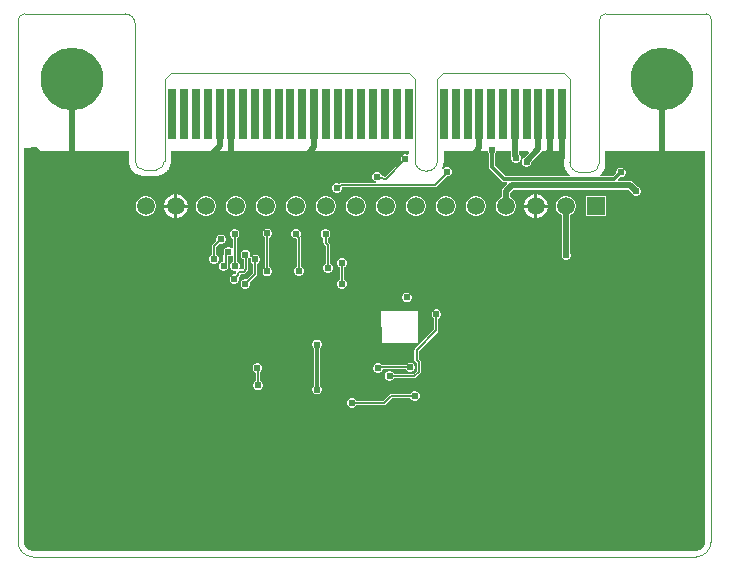
<source format=gbl>
G04*
G04 #@! TF.GenerationSoftware,Altium Limited,Altium Designer,22.0.2 (36)*
G04*
G04 Layer_Physical_Order=2*
G04 Layer_Color=16711680*
%FSLAX25Y25*%
%MOIN*%
G70*
G04*
G04 #@! TF.SameCoordinates,DCB022B7-7615-43C5-B040-C09427D0DDE0*
G04*
G04*
G04 #@! TF.FilePolarity,Positive*
G04*
G01*
G75*
%ADD11C,0.00394*%
%ADD13C,0.01200*%
%ADD15C,0.00397*%
%ADD33R,0.02756X0.16535*%
%ADD34R,0.02756X0.16535*%
%ADD35C,0.02000*%
%ADD36C,0.00600*%
%ADD40R,0.05906X0.05906*%
%ADD41C,0.05906*%
%ADD42C,0.20866*%
%ADD43C,0.01400*%
%ADD44C,0.02400*%
G36*
X182776Y282902D02*
X182786Y282852D01*
X182778Y282802D01*
X182795Y282458D01*
X182832Y282312D01*
Y282160D01*
X182966Y281487D01*
X183043Y281302D01*
X183082Y281105D01*
X183345Y280471D01*
X183456Y280304D01*
X183533Y280118D01*
X183914Y279547D01*
X184056Y279405D01*
X184168Y279238D01*
X184653Y278753D01*
X184820Y278641D01*
X184842Y278620D01*
X184672Y278120D01*
X163422D01*
X159920Y281622D01*
Y285757D01*
X160256Y286094D01*
X160383Y286400D01*
X165080D01*
Y284801D01*
X165080Y284800D01*
X165189Y284254D01*
X165300Y284088D01*
Y283982D01*
X165544Y283394D01*
X165994Y282944D01*
X166582Y282700D01*
X167218D01*
X167806Y282944D01*
X168256Y283394D01*
X168500Y283982D01*
Y284618D01*
X168256Y285206D01*
X167935Y285527D01*
Y286400D01*
X171028D01*
X171219Y285938D01*
X169569Y284288D01*
X169494Y284256D01*
X169044Y283806D01*
X168800Y283218D01*
Y282582D01*
X169044Y281994D01*
X169494Y281544D01*
X170082Y281300D01*
X170718D01*
X171306Y281544D01*
X171756Y281994D01*
X172000Y282582D01*
Y282681D01*
X175391Y286072D01*
X175391Y286072D01*
X175610Y286400D01*
X182776D01*
Y282902D01*
D02*
G37*
G36*
X8500Y286400D02*
X37894D01*
Y283208D01*
X37904Y283158D01*
X37896Y283108D01*
X37910Y282823D01*
X37947Y282677D01*
Y282525D01*
X38058Y281966D01*
X38135Y281781D01*
X38174Y281584D01*
X38393Y281057D01*
X38504Y280890D01*
X38581Y280704D01*
X38898Y280230D01*
X39040Y280088D01*
X39151Y279921D01*
X39555Y279518D01*
X39722Y279407D01*
X39863Y279265D01*
X40337Y278948D01*
X40523Y278871D01*
X40690Y278760D01*
X41217Y278541D01*
X41414Y278502D01*
X41599Y278425D01*
X42158Y278314D01*
X42310D01*
X42456Y278277D01*
X42741Y278263D01*
X42792Y278271D01*
X42841Y278261D01*
X46835D01*
X46885Y278271D01*
X46935Y278263D01*
X47224Y278277D01*
X47370Y278314D01*
X47521D01*
X48087Y278427D01*
X48272Y278503D01*
X48469Y278543D01*
X49002Y278763D01*
X49169Y278875D01*
X49354Y278952D01*
X49834Y279272D01*
X49976Y279414D01*
X50143Y279525D01*
X50550Y279933D01*
X50662Y280100D01*
X50804Y280242D01*
X51124Y280721D01*
X51201Y280907D01*
X51312Y281074D01*
X51533Y281606D01*
X51572Y281803D01*
X51649Y281989D01*
X51761Y282554D01*
Y282705D01*
X51798Y282852D01*
X51812Y283140D01*
X51805Y283190D01*
X51815Y283240D01*
Y286400D01*
X131201D01*
Y285555D01*
X130701Y285258D01*
X130359Y285400D01*
X129722D01*
X129134Y285156D01*
X128684Y284706D01*
X128440Y284118D01*
Y283482D01*
X128520Y283289D01*
X123145Y277914D01*
X123136D01*
X122889Y278160D01*
X122658Y278315D01*
X122385Y278369D01*
X122079D01*
X121856Y278906D01*
X121406Y279356D01*
X120818Y279600D01*
X120182D01*
X119594Y279356D01*
X119144Y278906D01*
X118900Y278318D01*
Y277682D01*
X119144Y277094D01*
X119594Y276644D01*
X120182Y276400D01*
X120149Y275914D01*
X108451D01*
X108178Y275859D01*
X107963Y275716D01*
X107518Y275900D01*
X106882D01*
X106294Y275656D01*
X105844Y275206D01*
X105600Y274618D01*
Y273982D01*
X105844Y273394D01*
X106294Y272944D01*
X106882Y272700D01*
X107518D01*
X108106Y272944D01*
X108556Y273394D01*
X108800Y273982D01*
Y274486D01*
X140000D01*
X140273Y274541D01*
X140505Y274695D01*
X143909Y278100D01*
X144218D01*
X144806Y278344D01*
X145256Y278794D01*
X145500Y279382D01*
Y280018D01*
X145256Y280606D01*
X144806Y281056D01*
X144218Y281300D01*
X143582D01*
X142994Y281056D01*
X142628Y280691D01*
X142202Y280919D01*
X142458Y281535D01*
X142497Y281732D01*
X142574Y281917D01*
X142704Y282572D01*
Y282723D01*
X142741Y282870D01*
X142757Y283203D01*
X142750Y283253D01*
X142760Y283303D01*
Y286400D01*
X157417D01*
X157544Y286094D01*
X157880Y285757D01*
Y281200D01*
X157958Y280810D01*
X158179Y280479D01*
X162279Y276379D01*
X162610Y276158D01*
X163000Y276080D01*
X163808D01*
X164000Y275619D01*
X162491Y274109D01*
X162181Y273646D01*
X162073Y273100D01*
X162073Y273100D01*
Y271247D01*
X161441Y270883D01*
X160817Y270259D01*
X160376Y269494D01*
X160147Y268641D01*
Y267759D01*
X160376Y266906D01*
X160817Y266141D01*
X161441Y265517D01*
X162206Y265076D01*
X163059Y264847D01*
X163941D01*
X164794Y265076D01*
X165559Y265517D01*
X166183Y266141D01*
X166624Y266906D01*
X166853Y267759D01*
Y268641D01*
X166624Y269494D01*
X166183Y270259D01*
X165559Y270883D01*
X164927Y271247D01*
Y272509D01*
X166091Y273673D01*
X204409D01*
X205471Y272610D01*
X205644Y272194D01*
X206094Y271744D01*
X206682Y271500D01*
X207318D01*
X207906Y271744D01*
X208356Y272194D01*
X208600Y272782D01*
Y273418D01*
X208356Y274006D01*
X207906Y274456D01*
X207490Y274629D01*
X206009Y276109D01*
X205546Y276419D01*
X205000Y276527D01*
X205000Y276527D01*
X201023D01*
X200831Y276989D01*
X201642Y277800D01*
X202118D01*
X202706Y278044D01*
X203156Y278494D01*
X203400Y279082D01*
Y279718D01*
X203156Y280306D01*
X202706Y280756D01*
X202118Y281000D01*
X201482D01*
X200894Y280756D01*
X200444Y280306D01*
X200200Y279718D01*
Y279242D01*
X199078Y278120D01*
X195104D01*
X195066Y278174D01*
X194983Y278651D01*
X194983Y278651D01*
X195406Y279074D01*
X195518Y279241D01*
X195660Y279383D01*
X195993Y279881D01*
X196069Y280066D01*
X196181Y280233D01*
X196410Y280786D01*
X196449Y280983D01*
X196526Y281169D01*
X196643Y281756D01*
Y281907D01*
X196679Y282053D01*
X196694Y282353D01*
X196687Y282403D01*
X196697Y282453D01*
Y286400D01*
X229848D01*
X229851Y156300D01*
Y156008D01*
X229737Y155436D01*
X229514Y154897D01*
X229190Y154413D01*
X228777Y154000D01*
X228292Y153676D01*
X227753Y153453D01*
X227181Y153339D01*
X226890Y153339D01*
X5886Y153339D01*
X5594D01*
X5022Y153453D01*
X4483Y153676D01*
X3998Y154000D01*
X3586Y154413D01*
X3262Y154897D01*
X3039Y155436D01*
X2925Y156008D01*
X2925Y156300D01*
X2925Y287708D01*
X7100Y287800D01*
X8500Y286400D01*
D02*
G37*
%LPC*%
G36*
X174020Y272153D02*
X174000D01*
Y268700D01*
X177453D01*
Y268720D01*
X177183Y269726D01*
X176663Y270627D01*
X175927Y271363D01*
X175026Y271883D01*
X174020Y272153D01*
D02*
G37*
G36*
X54020D02*
X54000D01*
Y268700D01*
X57453D01*
Y268720D01*
X57183Y269726D01*
X56663Y270627D01*
X55927Y271363D01*
X55026Y271883D01*
X54020Y272153D01*
D02*
G37*
G36*
X173000D02*
X172980D01*
X171974Y271883D01*
X171073Y271363D01*
X170337Y270627D01*
X169817Y269726D01*
X169547Y268720D01*
Y268700D01*
X173000D01*
Y272153D01*
D02*
G37*
G36*
X53000D02*
X52980D01*
X51974Y271883D01*
X51073Y271363D01*
X50337Y270627D01*
X49817Y269726D01*
X49547Y268720D01*
Y268700D01*
X53000D01*
Y272153D01*
D02*
G37*
G36*
X196853Y271553D02*
X190147D01*
Y264847D01*
X196853D01*
Y271553D01*
D02*
G37*
G36*
X153941D02*
X153059D01*
X152206Y271324D01*
X151441Y270883D01*
X150817Y270259D01*
X150376Y269494D01*
X150147Y268641D01*
Y267759D01*
X150376Y266906D01*
X150817Y266141D01*
X151441Y265517D01*
X152206Y265076D01*
X153059Y264847D01*
X153941D01*
X154794Y265076D01*
X155559Y265517D01*
X156183Y266141D01*
X156624Y266906D01*
X156853Y267759D01*
Y268641D01*
X156624Y269494D01*
X156183Y270259D01*
X155559Y270883D01*
X154794Y271324D01*
X153941Y271553D01*
D02*
G37*
G36*
X143941D02*
X143059D01*
X142206Y271324D01*
X141441Y270883D01*
X140817Y270259D01*
X140376Y269494D01*
X140147Y268641D01*
Y267759D01*
X140376Y266906D01*
X140817Y266141D01*
X141441Y265517D01*
X142206Y265076D01*
X143059Y264847D01*
X143941D01*
X144794Y265076D01*
X145559Y265517D01*
X146183Y266141D01*
X146624Y266906D01*
X146853Y267759D01*
Y268641D01*
X146624Y269494D01*
X146183Y270259D01*
X145559Y270883D01*
X144794Y271324D01*
X143941Y271553D01*
D02*
G37*
G36*
X133941D02*
X133059D01*
X132206Y271324D01*
X131441Y270883D01*
X130817Y270259D01*
X130376Y269494D01*
X130147Y268641D01*
Y267759D01*
X130376Y266906D01*
X130817Y266141D01*
X131441Y265517D01*
X132206Y265076D01*
X133059Y264847D01*
X133941D01*
X134794Y265076D01*
X135559Y265517D01*
X136183Y266141D01*
X136624Y266906D01*
X136853Y267759D01*
Y268641D01*
X136624Y269494D01*
X136183Y270259D01*
X135559Y270883D01*
X134794Y271324D01*
X133941Y271553D01*
D02*
G37*
G36*
X123941D02*
X123059D01*
X122206Y271324D01*
X121441Y270883D01*
X120817Y270259D01*
X120376Y269494D01*
X120147Y268641D01*
Y267759D01*
X120376Y266906D01*
X120817Y266141D01*
X121441Y265517D01*
X122206Y265076D01*
X123059Y264847D01*
X123941D01*
X124794Y265076D01*
X125559Y265517D01*
X126183Y266141D01*
X126624Y266906D01*
X126853Y267759D01*
Y268641D01*
X126624Y269494D01*
X126183Y270259D01*
X125559Y270883D01*
X124794Y271324D01*
X123941Y271553D01*
D02*
G37*
G36*
X113941D02*
X113059D01*
X112206Y271324D01*
X111441Y270883D01*
X110817Y270259D01*
X110376Y269494D01*
X110147Y268641D01*
Y267759D01*
X110376Y266906D01*
X110817Y266141D01*
X111441Y265517D01*
X112206Y265076D01*
X113059Y264847D01*
X113941D01*
X114794Y265076D01*
X115559Y265517D01*
X116183Y266141D01*
X116624Y266906D01*
X116853Y267759D01*
Y268641D01*
X116624Y269494D01*
X116183Y270259D01*
X115559Y270883D01*
X114794Y271324D01*
X113941Y271553D01*
D02*
G37*
G36*
X103941D02*
X103059D01*
X102206Y271324D01*
X101441Y270883D01*
X100817Y270259D01*
X100376Y269494D01*
X100147Y268641D01*
Y267759D01*
X100376Y266906D01*
X100817Y266141D01*
X101441Y265517D01*
X102206Y265076D01*
X103059Y264847D01*
X103941D01*
X104794Y265076D01*
X105559Y265517D01*
X106183Y266141D01*
X106624Y266906D01*
X106853Y267759D01*
Y268641D01*
X106624Y269494D01*
X106183Y270259D01*
X105559Y270883D01*
X104794Y271324D01*
X103941Y271553D01*
D02*
G37*
G36*
X93941D02*
X93059D01*
X92206Y271324D01*
X91441Y270883D01*
X90817Y270259D01*
X90376Y269494D01*
X90147Y268641D01*
Y267759D01*
X90376Y266906D01*
X90817Y266141D01*
X91441Y265517D01*
X92206Y265076D01*
X93059Y264847D01*
X93941D01*
X94794Y265076D01*
X95559Y265517D01*
X96183Y266141D01*
X96624Y266906D01*
X96853Y267759D01*
Y268641D01*
X96624Y269494D01*
X96183Y270259D01*
X95559Y270883D01*
X94794Y271324D01*
X93941Y271553D01*
D02*
G37*
G36*
X83941D02*
X83059D01*
X82206Y271324D01*
X81441Y270883D01*
X80817Y270259D01*
X80376Y269494D01*
X80147Y268641D01*
Y267759D01*
X80376Y266906D01*
X80817Y266141D01*
X81441Y265517D01*
X82206Y265076D01*
X83059Y264847D01*
X83941D01*
X84794Y265076D01*
X85559Y265517D01*
X86183Y266141D01*
X86624Y266906D01*
X86853Y267759D01*
Y268641D01*
X86624Y269494D01*
X86183Y270259D01*
X85559Y270883D01*
X84794Y271324D01*
X83941Y271553D01*
D02*
G37*
G36*
X73941D02*
X73059D01*
X72206Y271324D01*
X71441Y270883D01*
X70817Y270259D01*
X70376Y269494D01*
X70147Y268641D01*
Y267759D01*
X70376Y266906D01*
X70817Y266141D01*
X71441Y265517D01*
X72206Y265076D01*
X73059Y264847D01*
X73941D01*
X74794Y265076D01*
X75559Y265517D01*
X76183Y266141D01*
X76624Y266906D01*
X76853Y267759D01*
Y268641D01*
X76624Y269494D01*
X76183Y270259D01*
X75559Y270883D01*
X74794Y271324D01*
X73941Y271553D01*
D02*
G37*
G36*
X63941D02*
X63059D01*
X62206Y271324D01*
X61441Y270883D01*
X60817Y270259D01*
X60376Y269494D01*
X60147Y268641D01*
Y267759D01*
X60376Y266906D01*
X60817Y266141D01*
X61441Y265517D01*
X62206Y265076D01*
X63059Y264847D01*
X63941D01*
X64794Y265076D01*
X65559Y265517D01*
X66183Y266141D01*
X66624Y266906D01*
X66853Y267759D01*
Y268641D01*
X66624Y269494D01*
X66183Y270259D01*
X65559Y270883D01*
X64794Y271324D01*
X63941Y271553D01*
D02*
G37*
G36*
X43941D02*
X43059D01*
X42206Y271324D01*
X41441Y270883D01*
X40817Y270259D01*
X40376Y269494D01*
X40147Y268641D01*
Y267759D01*
X40376Y266906D01*
X40817Y266141D01*
X41441Y265517D01*
X42206Y265076D01*
X43059Y264847D01*
X43941D01*
X44794Y265076D01*
X45559Y265517D01*
X46183Y266141D01*
X46624Y266906D01*
X46853Y267759D01*
Y268641D01*
X46624Y269494D01*
X46183Y270259D01*
X45559Y270883D01*
X44794Y271324D01*
X43941Y271553D01*
D02*
G37*
G36*
X177453Y267700D02*
X174000D01*
Y264247D01*
X174020D01*
X175026Y264517D01*
X175927Y265037D01*
X176663Y265773D01*
X177183Y266674D01*
X177453Y267680D01*
Y267700D01*
D02*
G37*
G36*
X173000D02*
X169547D01*
Y267680D01*
X169817Y266674D01*
X170337Y265773D01*
X171073Y265037D01*
X171974Y264517D01*
X172980Y264247D01*
X173000D01*
Y267700D01*
D02*
G37*
G36*
X57453D02*
X54000D01*
Y264247D01*
X54020D01*
X55026Y264517D01*
X55927Y265037D01*
X56663Y265773D01*
X57183Y266674D01*
X57453Y267680D01*
Y267700D01*
D02*
G37*
G36*
X53000D02*
X49547D01*
Y267680D01*
X49817Y266674D01*
X50337Y265773D01*
X51073Y265037D01*
X51974Y264517D01*
X52980Y264247D01*
X53000D01*
Y267700D01*
D02*
G37*
G36*
X68818Y258700D02*
X68182D01*
X67594Y258456D01*
X67144Y258006D01*
X66900Y257418D01*
Y256782D01*
X66980Y256589D01*
X65795Y255405D01*
X65641Y255173D01*
X65586Y254900D01*
Y251936D01*
X65394Y251856D01*
X64944Y251406D01*
X64700Y250818D01*
Y250182D01*
X64944Y249594D01*
X65394Y249144D01*
X65982Y248900D01*
X66618D01*
X67206Y249144D01*
X67656Y249594D01*
X67900Y250182D01*
Y250818D01*
X67656Y251406D01*
X67206Y251856D01*
X67014Y251936D01*
Y254604D01*
X67989Y255580D01*
X68182Y255500D01*
X68818D01*
X69406Y255744D01*
X69856Y256194D01*
X70100Y256782D01*
Y257418D01*
X69856Y258006D01*
X69406Y258456D01*
X68818Y258700D01*
D02*
G37*
G36*
X73418Y260500D02*
X72782D01*
X72194Y260256D01*
X71744Y259806D01*
X71500Y259218D01*
Y258582D01*
X71744Y257994D01*
X72194Y257544D01*
X72586Y257381D01*
Y254384D01*
X72086Y254176D01*
X71906Y254356D01*
X71318Y254600D01*
X70682D01*
X70094Y254356D01*
X69644Y253906D01*
X69400Y253318D01*
Y252682D01*
X69584Y252237D01*
X69441Y252022D01*
X69386Y251748D01*
Y249700D01*
X69082D01*
X68494Y249456D01*
X68044Y249006D01*
X67800Y248418D01*
Y247782D01*
X68044Y247194D01*
X68494Y246744D01*
X69082Y246500D01*
X69718D01*
X70306Y246744D01*
X70756Y247194D01*
X71000Y247782D01*
Y248418D01*
X70756Y249006D01*
X70755Y249008D01*
X70759Y249014D01*
X70814Y249287D01*
Y251400D01*
X71318D01*
X71906Y251644D01*
X72086Y251823D01*
X72586Y251616D01*
Y249736D01*
X72394Y249656D01*
X71944Y249206D01*
X71700Y248618D01*
Y247982D01*
X71944Y247394D01*
X72394Y246944D01*
X72982Y246700D01*
X73539D01*
X73692Y246526D01*
X73813Y246240D01*
X73715Y246093D01*
X73661Y245819D01*
Y245732D01*
X73318Y245400D01*
X72682D01*
X72094Y245156D01*
X71644Y244706D01*
X71400Y244118D01*
Y243482D01*
X71644Y242894D01*
X72094Y242444D01*
X72682Y242200D01*
X73318D01*
X73906Y242444D01*
X74356Y242894D01*
X74600Y243482D01*
Y244118D01*
X74456Y244467D01*
X74879Y244891D01*
X75034Y245122D01*
X75088Y245395D01*
Y245524D01*
X75218Y245654D01*
X76068D01*
X76341Y245708D01*
X76572Y245863D01*
X77405Y246695D01*
X77559Y246927D01*
X77614Y247200D01*
Y250696D01*
X77633Y250704D01*
X78009Y251080D01*
X78433Y250797D01*
X78400Y250718D01*
Y250082D01*
X78644Y249494D01*
X79094Y249044D01*
X79286Y248964D01*
Y245896D01*
X77211Y243820D01*
X77018Y243900D01*
X76382D01*
X75794Y243656D01*
X75344Y243206D01*
X75100Y242618D01*
Y241982D01*
X75344Y241394D01*
X75794Y240944D01*
X76382Y240700D01*
X77018D01*
X77606Y240944D01*
X78056Y241394D01*
X78300Y241982D01*
Y242618D01*
X78220Y242811D01*
X80505Y245095D01*
X80659Y245327D01*
X80714Y245600D01*
Y248964D01*
X80906Y249044D01*
X81356Y249494D01*
X81600Y250082D01*
Y250718D01*
X81356Y251306D01*
X80906Y251756D01*
X80318Y252000D01*
X79682D01*
X79094Y251756D01*
X78718Y251381D01*
X78294Y251664D01*
X78326Y251742D01*
Y252379D01*
X78083Y252967D01*
X77633Y253417D01*
X77045Y253660D01*
X76408D01*
X75820Y253417D01*
X75370Y252967D01*
X75126Y252379D01*
Y251742D01*
X75370Y251154D01*
X75820Y250704D01*
X76186Y250552D01*
Y247496D01*
X75772Y247081D01*
X75027D01*
X74948Y247148D01*
X74822Y247317D01*
X74722Y247551D01*
X74900Y247982D01*
Y248618D01*
X74656Y249206D01*
X74206Y249656D01*
X74014Y249736D01*
Y257551D01*
X74456Y257994D01*
X74700Y258582D01*
Y259218D01*
X74456Y259806D01*
X74006Y260256D01*
X73418Y260500D01*
D02*
G37*
G36*
X183941Y271553D02*
X183059D01*
X182206Y271324D01*
X181441Y270883D01*
X180817Y270259D01*
X180376Y269494D01*
X180147Y268641D01*
Y267759D01*
X180376Y266906D01*
X180817Y266141D01*
X181441Y265517D01*
X182196Y265081D01*
Y252350D01*
X182100Y252118D01*
Y251482D01*
X182344Y250894D01*
X182794Y250444D01*
X183382Y250200D01*
X184018D01*
X184606Y250444D01*
X185056Y250894D01*
X185300Y251482D01*
Y252118D01*
X185056Y252706D01*
X185051Y252712D01*
Y265224D01*
X185559Y265517D01*
X186183Y266141D01*
X186624Y266906D01*
X186853Y267759D01*
Y268641D01*
X186624Y269494D01*
X186183Y270259D01*
X185559Y270883D01*
X184794Y271324D01*
X183941Y271553D01*
D02*
G37*
G36*
X103718Y260600D02*
X103082D01*
X102494Y260356D01*
X102044Y259906D01*
X101800Y259318D01*
Y258682D01*
X102044Y258094D01*
X102494Y257644D01*
X102686Y257564D01*
Y256013D01*
X102741Y255740D01*
X102895Y255508D01*
X103586Y254817D01*
Y248936D01*
X103394Y248856D01*
X102944Y248406D01*
X102700Y247818D01*
Y247182D01*
X102944Y246594D01*
X103394Y246144D01*
X103982Y245900D01*
X104618D01*
X105206Y246144D01*
X105656Y246594D01*
X105900Y247182D01*
Y247818D01*
X105656Y248406D01*
X105206Y248856D01*
X105014Y248936D01*
Y255113D01*
X104959Y255386D01*
X104805Y255618D01*
X104114Y256309D01*
Y257564D01*
X104306Y257644D01*
X104756Y258094D01*
X105000Y258682D01*
Y259318D01*
X104756Y259906D01*
X104306Y260356D01*
X103718Y260600D01*
D02*
G37*
G36*
X93918D02*
X93282D01*
X92694Y260356D01*
X92244Y259906D01*
X92000Y259318D01*
Y258682D01*
X92244Y258094D01*
X92694Y257644D01*
X93282Y257400D01*
X93704D01*
X93836Y257267D01*
Y247957D01*
X93594Y247856D01*
X93144Y247406D01*
X92900Y246818D01*
Y246182D01*
X93144Y245594D01*
X93594Y245144D01*
X94182Y244900D01*
X94818D01*
X95406Y245144D01*
X95856Y245594D01*
X96100Y246182D01*
Y246818D01*
X95856Y247406D01*
X95406Y247856D01*
X95264Y247916D01*
Y257563D01*
X95209Y257836D01*
X95055Y258068D01*
X94978Y258145D01*
X95200Y258682D01*
Y259318D01*
X94956Y259906D01*
X94506Y260356D01*
X93918Y260600D01*
D02*
G37*
G36*
X84318Y260700D02*
X83682D01*
X83094Y260456D01*
X82644Y260006D01*
X82400Y259418D01*
Y258782D01*
X82644Y258194D01*
X83094Y257744D01*
X83286Y257664D01*
Y247836D01*
X83094Y247756D01*
X82644Y247306D01*
X82400Y246718D01*
Y246082D01*
X82644Y245494D01*
X83094Y245044D01*
X83682Y244800D01*
X84318D01*
X84906Y245044D01*
X85356Y245494D01*
X85600Y246082D01*
Y246718D01*
X85356Y247306D01*
X84906Y247756D01*
X84714Y247836D01*
Y257664D01*
X84906Y257744D01*
X85356Y258194D01*
X85600Y258782D01*
Y259418D01*
X85356Y260006D01*
X84906Y260456D01*
X84318Y260700D01*
D02*
G37*
G36*
X109218Y250900D02*
X108582D01*
X107994Y250656D01*
X107544Y250206D01*
X107300Y249618D01*
Y248982D01*
X107544Y248394D01*
X107994Y247944D01*
X108186Y247864D01*
Y243678D01*
X107894Y243556D01*
X107444Y243106D01*
X107200Y242518D01*
Y241882D01*
X107444Y241294D01*
X107894Y240844D01*
X108482Y240600D01*
X109118D01*
X109706Y240844D01*
X110156Y241294D01*
X110400Y241882D01*
Y242518D01*
X110156Y243106D01*
X109706Y243556D01*
X109614Y243595D01*
Y247864D01*
X109806Y247944D01*
X110256Y248394D01*
X110500Y248982D01*
Y249618D01*
X110256Y250206D01*
X109806Y250656D01*
X109218Y250900D01*
D02*
G37*
G36*
X130800Y239353D02*
X130163D01*
X129575Y239110D01*
X129125Y238660D01*
X128882Y238072D01*
Y237435D01*
X129125Y236847D01*
X129575Y236397D01*
X130163Y236154D01*
X130800D01*
X131388Y236397D01*
X131838Y236847D01*
X132081Y237435D01*
Y238072D01*
X131838Y238660D01*
X131388Y239110D01*
X130800Y239353D01*
D02*
G37*
G36*
X140662Y233753D02*
X140026D01*
X139438Y233510D01*
X138988Y233060D01*
X138744Y232472D01*
Y231835D01*
X138988Y231247D01*
X139438Y230797D01*
X139630Y230717D01*
Y227149D01*
X134709Y222228D01*
X134344Y222570D01*
X134344Y222905D01*
Y233154D01*
X121944D01*
X122344Y222453D01*
X133890D01*
X134228Y222453D01*
X134570Y222088D01*
X133239Y220758D01*
X133085Y220527D01*
X133030Y220253D01*
Y216953D01*
X133085Y216680D01*
X133239Y216449D01*
X133830Y215858D01*
Y213349D01*
X132748Y212267D01*
X126180D01*
X126101Y212460D01*
X125650Y212910D01*
X125062Y213154D01*
X124426D01*
X123838Y212910D01*
X123388Y212460D01*
X123144Y211872D01*
Y211235D01*
X123388Y210647D01*
X123838Y210197D01*
X124426Y209953D01*
X125062D01*
X125650Y210197D01*
X126101Y210647D01*
X126180Y210840D01*
X133044D01*
X133317Y210894D01*
X133549Y211049D01*
X135049Y212549D01*
X135204Y212780D01*
X135258Y213053D01*
Y216154D01*
X135204Y216427D01*
X135049Y216658D01*
X134458Y217249D01*
Y219958D01*
X140849Y226349D01*
X141004Y226580D01*
X141058Y226853D01*
Y230717D01*
X141250Y230797D01*
X141700Y231247D01*
X141944Y231835D01*
Y232472D01*
X141700Y233060D01*
X141250Y233510D01*
X140662Y233753D01*
D02*
G37*
G36*
X131962Y216054D02*
X131326D01*
X130738Y215810D01*
X130288Y215360D01*
X130208Y215167D01*
X122193D01*
X121850Y215510D01*
X121262Y215754D01*
X120626D01*
X120038Y215510D01*
X119588Y215060D01*
X119344Y214472D01*
Y213835D01*
X119588Y213247D01*
X120038Y212797D01*
X120626Y212554D01*
X121262D01*
X121850Y212797D01*
X122301Y213247D01*
X122504Y213740D01*
X130208D01*
X130288Y213547D01*
X130738Y213097D01*
X131326Y212854D01*
X131962D01*
X132550Y213097D01*
X133001Y213547D01*
X133244Y214135D01*
Y214772D01*
X133001Y215360D01*
X132550Y215810D01*
X131962Y216054D01*
D02*
G37*
G36*
X81018Y215800D02*
X80382D01*
X79794Y215556D01*
X79344Y215106D01*
X79100Y214518D01*
Y213882D01*
X79344Y213294D01*
X79794Y212844D01*
X80186Y212681D01*
Y209836D01*
X79994Y209756D01*
X79544Y209306D01*
X79300Y208718D01*
Y208082D01*
X79544Y207494D01*
X79994Y207044D01*
X80582Y206800D01*
X81218D01*
X81806Y207044D01*
X82256Y207494D01*
X82500Y208082D01*
Y208718D01*
X82256Y209306D01*
X81806Y209756D01*
X81614Y209836D01*
Y212851D01*
X82056Y213294D01*
X82300Y213882D01*
Y214518D01*
X82056Y215106D01*
X81606Y215556D01*
X81018Y215800D01*
D02*
G37*
G36*
X100862Y223654D02*
X100226D01*
X99638Y223410D01*
X99188Y222960D01*
X98944Y222372D01*
Y221735D01*
X99188Y221147D01*
X99524Y220810D01*
Y208297D01*
X99188Y207960D01*
X98944Y207372D01*
Y206735D01*
X99188Y206147D01*
X99638Y205697D01*
X100226Y205453D01*
X100862D01*
X101450Y205697D01*
X101900Y206147D01*
X102144Y206735D01*
Y207372D01*
X101900Y207960D01*
X101564Y208297D01*
Y220810D01*
X101900Y221147D01*
X102144Y221735D01*
Y222372D01*
X101900Y222960D01*
X101450Y223410D01*
X100862Y223654D01*
D02*
G37*
G36*
X133462Y206554D02*
X132826D01*
X132238Y206310D01*
X131788Y205860D01*
X131708Y205667D01*
X125244D01*
X124971Y205613D01*
X124739Y205458D01*
X122649Y203367D01*
X113680D01*
X113601Y203560D01*
X113150Y204010D01*
X112562Y204254D01*
X111926D01*
X111338Y204010D01*
X110888Y203560D01*
X110644Y202972D01*
Y202335D01*
X110888Y201747D01*
X111338Y201297D01*
X111926Y201054D01*
X112562D01*
X113150Y201297D01*
X113601Y201747D01*
X113680Y201940D01*
X122944D01*
X123217Y201994D01*
X123449Y202149D01*
X125540Y204240D01*
X131708D01*
X131788Y204047D01*
X132238Y203597D01*
X132826Y203354D01*
X133462D01*
X134050Y203597D01*
X134501Y204047D01*
X134744Y204635D01*
Y205272D01*
X134501Y205860D01*
X134050Y206310D01*
X133462Y206554D01*
D02*
G37*
%LPD*%
D11*
X39933Y328964D02*
G03*
X36614Y332283I-3319J0D01*
G01*
X3150Y332283D02*
G03*
X886Y330020I0J-2264D01*
G01*
X231886Y327354D02*
G03*
X231890Y327358I0J4D01*
G01*
Y330709D02*
G03*
X230315Y332283I-1575J0D01*
G01*
X196850D02*
G03*
X194658Y330091I0J-2193D01*
G01*
X3150Y332283D02*
X36614D01*
X39933Y290010D02*
Y328964D01*
X886Y325854D02*
Y330020D01*
X196850Y332283D02*
X230315D01*
X194658Y282453D02*
Y330091D01*
X184815Y282902D02*
Y290144D01*
X39933Y283208D02*
Y290010D01*
X49776Y283240D02*
Y290010D01*
X142689Y312634D02*
X182846D01*
X184815Y290144D02*
Y310665D01*
X49776Y290010D02*
Y310665D01*
X51744Y312634D01*
X131272D02*
X133240Y310665D01*
X140720D02*
X142689Y312634D01*
X182846D02*
X184815Y310665D01*
X51744Y312634D02*
X131272D01*
X133240Y283303D02*
Y310665D01*
X140720Y283303D02*
Y310665D01*
D13*
X199500Y277100D02*
X201800Y279400D01*
X201800D01*
X163000Y277100D02*
X199500D01*
X158900Y281200D02*
X163000Y277100D01*
X158900Y281200D02*
Y287000D01*
X100544Y207053D02*
Y222054D01*
D15*
X191605Y279400D02*
G03*
X194658Y282453I0J3053D01*
G01*
X184815Y282902D02*
G03*
X188317Y279400I3501J0D01*
G01*
X137317Y279900D02*
G03*
X140720Y283303I0J3403D01*
G01*
X133240D02*
G03*
X136643Y279900I3403J0D01*
G01*
X46835Y280300D02*
G03*
X49776Y283240I0J2940D01*
G01*
X39933Y283208D02*
G03*
X42841Y280300I2908J0D01*
G01*
X886Y156300D02*
G03*
X5886Y151300I5000J0D01*
G01*
X226890D02*
G03*
X231890Y156300I0J5000D01*
G01*
X42841Y280300D02*
X46835D01*
X188317Y279400D02*
X191605D01*
X136643Y279900D02*
X137317D01*
X886Y156300D02*
Y325854D01*
X5886Y151300D02*
X89300D01*
X226890D01*
X231886Y330709D02*
X231886Y156296D01*
D33*
X107453Y298854D02*
D03*
X123201D02*
D03*
X166508D02*
D03*
X174382D02*
D03*
X146823D02*
D03*
X158634D02*
D03*
X162571D02*
D03*
X119264D02*
D03*
X131075D02*
D03*
X154697D02*
D03*
X142886D02*
D03*
X170445D02*
D03*
X178319D02*
D03*
X127138D02*
D03*
X115327D02*
D03*
X150760D02*
D03*
X111390D02*
D03*
X79894D02*
D03*
X99579D02*
D03*
X60209D02*
D03*
X87768D02*
D03*
X95642D02*
D03*
X68083D02*
D03*
X56272D02*
D03*
X72020D02*
D03*
X75957D02*
D03*
X64146D02*
D03*
X52335D02*
D03*
X103516D02*
D03*
X91705D02*
D03*
X83831D02*
D03*
D34*
X182256D02*
D03*
D35*
X166508Y284800D02*
X166900Y284408D01*
X166508Y284800D02*
Y298854D01*
X166900Y284300D02*
Y284408D01*
X205000Y275100D02*
X207000Y273100D01*
X165500Y275100D02*
X205000D01*
X163500Y273100D02*
X165500Y275100D01*
X170400Y282900D02*
Y283100D01*
X174382Y287082D01*
Y298854D01*
X174300Y282800D02*
X174400D01*
X178319Y286719D01*
X152300Y285008D02*
X154697Y287405D01*
Y298854D01*
X152300Y284900D02*
Y285008D01*
X215721Y302445D02*
Y310665D01*
Y268379D02*
Y302445D01*
X18870D02*
Y310665D01*
Y276370D02*
Y302445D01*
X64500Y284700D02*
X70200D01*
X72020Y286520D01*
Y298854D01*
X95800Y284000D02*
X99579Y287779D01*
Y298854D01*
X64500Y284700D02*
X68083Y288283D01*
Y298854D01*
X174400Y282800D02*
X180800D01*
X182256Y284256D01*
Y298854D01*
X178319Y286719D02*
Y298854D01*
X163500Y268200D02*
Y273100D01*
X183624Y251876D02*
X183700Y251800D01*
X183500Y268200D02*
X183624Y268076D01*
Y251876D02*
Y268076D01*
X89944Y236182D02*
X91116Y237353D01*
X89944Y226354D02*
Y236182D01*
X91116Y237353D02*
X110844D01*
X118144Y230053D01*
X89944Y194254D02*
Y226354D01*
Y194254D02*
X97244Y186953D01*
X128844D01*
X146044D01*
X149144Y190053D02*
Y206954D01*
X146044Y186953D02*
X149144Y190053D01*
X137421Y218677D02*
X149144Y206954D01*
X136144Y218754D02*
X136221Y218677D01*
X137421D01*
D36*
X80700Y214200D02*
X80900Y214000D01*
Y208400D02*
Y214000D01*
X122840Y277200D02*
X123440D01*
X122385Y277656D02*
X122840Y277200D01*
X120844Y277656D02*
X122385D01*
X120500Y278000D02*
X120844Y277656D01*
X140000Y275200D02*
X143900Y279100D01*
X107200Y274300D02*
X107552D01*
X108451Y275200D01*
X140000D01*
X123440Y277200D02*
X130040Y283800D01*
X143900Y279100D02*
Y279700D01*
X104300Y247500D02*
Y255113D01*
X94500Y246500D02*
X94550Y246550D01*
X108800Y242200D02*
X108900Y242300D01*
X80000Y245600D02*
Y250400D01*
X108900Y242300D02*
Y249300D01*
X94550Y246550D02*
Y257563D01*
X103400Y256013D02*
Y259000D01*
Y256013D02*
X104300Y255113D01*
X93600Y258513D02*
Y259000D01*
Y258513D02*
X94550Y257563D01*
X84000Y246400D02*
Y259100D01*
X73100Y258900D02*
X73300Y258700D01*
Y248300D02*
Y258700D01*
X76727Y252061D02*
X76900Y251887D01*
Y247200D02*
Y251887D01*
X70100Y249287D02*
Y251748D01*
X71000Y252648D01*
X69400Y248100D02*
Y248587D01*
X71000Y252648D02*
Y253000D01*
X69400Y248587D02*
X70100Y249287D01*
X66300Y250500D02*
Y254900D01*
X68500Y257100D01*
X76700Y242300D02*
X80000Y245600D01*
X74375Y245395D02*
Y245819D01*
X73000Y244021D02*
X74375Y245395D01*
Y245819D02*
X74923Y246368D01*
X73000Y243800D02*
Y244021D01*
X74923Y246368D02*
X76068D01*
X76900Y247200D01*
X124744Y211554D02*
X133044D01*
X134544Y213053D01*
Y216154D01*
X133744Y216953D02*
X134544Y216154D01*
X133744Y216953D02*
Y220253D01*
X140344Y226853D01*
Y232154D01*
X122944Y202654D02*
X125244Y204954D01*
X112244Y202654D02*
X122944D01*
X120944Y214154D02*
X121244Y214454D01*
X131644D01*
X125244Y204954D02*
X133144D01*
D40*
X193500Y268200D02*
D03*
D41*
X183500D02*
D03*
X173500D02*
D03*
X163500D02*
D03*
X153500D02*
D03*
X143500D02*
D03*
X133500D02*
D03*
X123500D02*
D03*
X113500D02*
D03*
X103500D02*
D03*
X93500D02*
D03*
X83500D02*
D03*
X73500D02*
D03*
X63500D02*
D03*
X53500D02*
D03*
X43500D02*
D03*
D42*
X215721Y310665D02*
D03*
X18870D02*
D03*
D43*
X215721Y302445D02*
D03*
X209908Y304852D02*
D03*
X207500Y310665D02*
D03*
X209908Y316478D02*
D03*
X215721Y318886D02*
D03*
D03*
X221533Y316478D02*
D03*
X223941Y310665D02*
D03*
X221533Y304852D02*
D03*
X18870Y302445D02*
D03*
X13057Y304852D02*
D03*
X10649Y310665D02*
D03*
X13057Y316478D02*
D03*
X18870Y318886D02*
D03*
D03*
X24683Y316478D02*
D03*
X27091Y310665D02*
D03*
X24683Y304852D02*
D03*
D44*
X91900Y284100D02*
D03*
X162300Y281500D02*
D03*
X166900Y284300D02*
D03*
X158900Y287000D02*
D03*
X201800Y279400D02*
D03*
X80700Y214200D02*
D03*
X80900Y208400D02*
D03*
X170400Y282900D02*
D03*
X174300Y282800D02*
D03*
X119400Y285400D02*
D03*
X95800Y284000D02*
D03*
X64500Y284700D02*
D03*
X120500Y278000D02*
D03*
X130040Y283800D02*
D03*
X143900Y279700D02*
D03*
X107200Y274300D02*
D03*
X104300Y247500D02*
D03*
X80000Y250400D02*
D03*
X94500Y246500D02*
D03*
X108900Y249300D02*
D03*
X103400Y259000D02*
D03*
X93600D02*
D03*
X84000Y259100D02*
D03*
X73100Y258900D02*
D03*
X152300Y284900D02*
D03*
X207000Y273100D02*
D03*
X169344Y223553D02*
D03*
X144256Y236544D02*
D03*
X148900Y241200D02*
D03*
X183700Y251800D02*
D03*
X84000Y246400D02*
D03*
X76727Y252061D02*
D03*
X71000Y253000D02*
D03*
X68500Y257100D02*
D03*
X73000Y243800D02*
D03*
X76700Y242300D02*
D03*
X73300Y248300D02*
D03*
X69400Y248100D02*
D03*
X66300Y250500D02*
D03*
X124744Y211554D02*
D03*
X140344Y232154D02*
D03*
X169444Y230353D02*
D03*
X165244Y218953D02*
D03*
X165044Y235154D02*
D03*
X159644Y239154D02*
D03*
X100544Y222054D02*
D03*
X108800Y242200D02*
D03*
X118144Y230053D02*
D03*
X120944Y214154D02*
D03*
X128844Y186953D02*
D03*
X149144Y206954D02*
D03*
X167744Y239154D02*
D03*
X172644Y243354D02*
D03*
X154444Y243454D02*
D03*
X89944Y226354D02*
D03*
X100544Y207053D02*
D03*
X112244Y202654D02*
D03*
X130482Y237754D02*
D03*
X131644Y214454D02*
D03*
X136144Y218754D02*
D03*
X170444Y193154D02*
D03*
X154344Y198254D02*
D03*
X159444Y193454D02*
D03*
X176144Y198153D02*
D03*
X133144Y204954D02*
D03*
M02*

</source>
